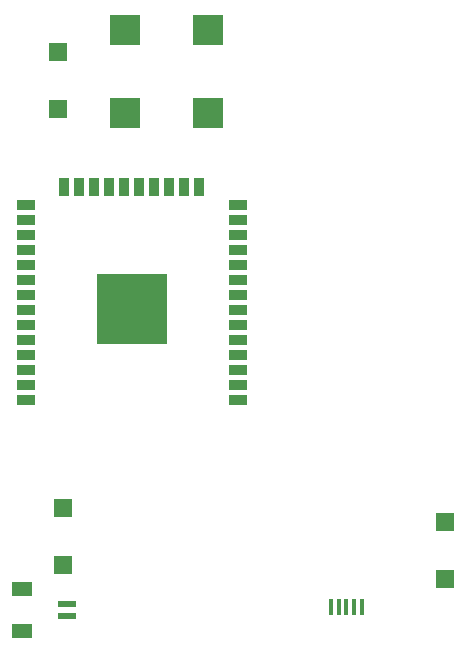
<source format=gbr>
G04 EAGLE Gerber RS-274X export*
G75*
%MOMM*%
%FSLAX34Y34*%
%LPD*%
%INSolderpaste Bottom*%
%IPPOS*%
%AMOC8*
5,1,8,0,0,1.08239X$1,22.5*%
G01*
%ADD10R,0.400000X1.350000*%
%ADD11R,1.500000X0.900000*%
%ADD12R,0.900000X1.500000*%
%ADD13R,6.000000X6.000000*%
%ADD14R,1.500000X1.600000*%
%ADD15R,2.500000X2.500000*%
%ADD16R,1.550000X0.600000*%
%ADD17R,1.800000X1.200000*%


D10*
X298800Y44400D03*
X292300Y44400D03*
X285800Y44400D03*
X279300Y44400D03*
X272800Y44400D03*
D11*
X14190Y220140D03*
X14190Y232840D03*
X14190Y245540D03*
X14190Y258240D03*
X14190Y270940D03*
X14190Y283640D03*
X14190Y296340D03*
X14190Y309040D03*
X14190Y321740D03*
X14190Y334440D03*
X14190Y347140D03*
X14190Y359840D03*
X14190Y372540D03*
X14190Y385240D03*
D12*
X47040Y400140D03*
X59740Y400140D03*
X72440Y400140D03*
X85140Y400140D03*
X97840Y400140D03*
X110540Y400140D03*
X123240Y400140D03*
X135940Y400140D03*
X148640Y400140D03*
X161340Y400140D03*
D11*
X194190Y385240D03*
X194190Y372540D03*
X194190Y359840D03*
X194190Y347140D03*
X194190Y334440D03*
X194190Y321740D03*
X194190Y309040D03*
X194190Y296340D03*
X194190Y283640D03*
X194190Y270940D03*
X194190Y258240D03*
X194190Y245540D03*
X194190Y232840D03*
X194190Y220140D03*
D13*
X104190Y297140D03*
D14*
X45770Y128230D03*
X45770Y79970D03*
X41960Y466050D03*
X41960Y514310D03*
D15*
X168400Y462800D03*
X98400Y462800D03*
X98400Y532800D03*
X168400Y532800D03*
D16*
X49580Y36870D03*
X49580Y46870D03*
D17*
X10830Y23870D03*
X10830Y59870D03*
D14*
X369620Y116800D03*
X369620Y68540D03*
M02*

</source>
